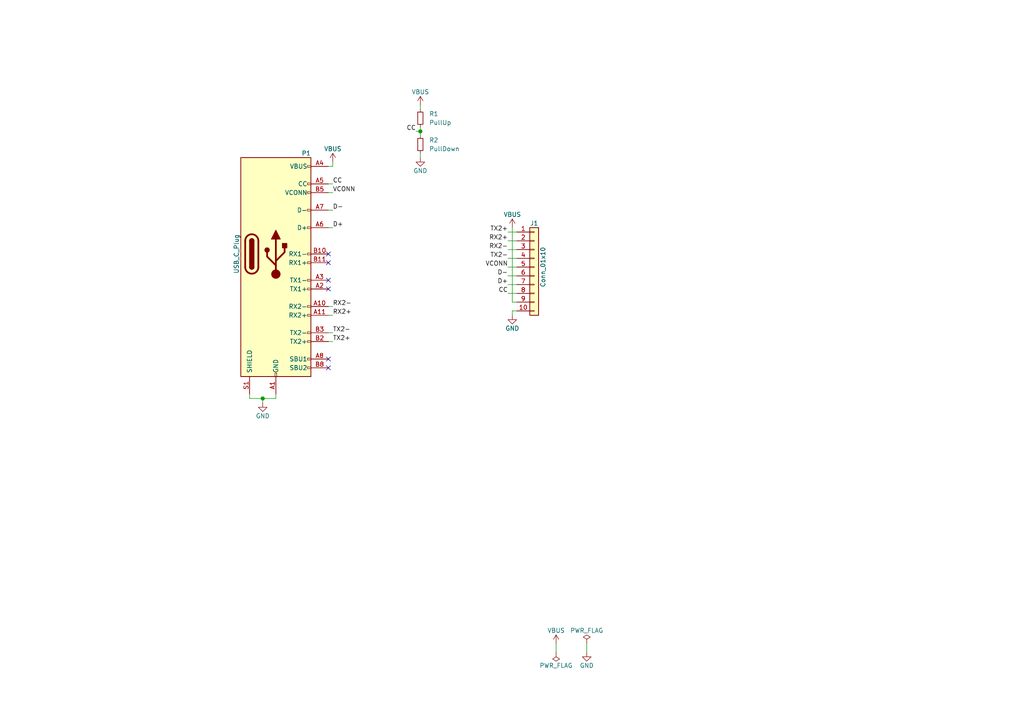
<source format=kicad_sch>
(kicad_sch (version 20230121) (generator eeschema)
  (paper "A4")
  (lib_symbols
    (symbol "Connector:USB_C_Plug" (pin_names (offset 1.016))
      (property "Reference" "P" (at -10.16 29.21 0))
      (property "Value" "USB_C_Plug" (at 10.16 29.21 0))
      (symbol "USB_C_Plug_0_0"
        (rectangle (start -0.254 -35.56) (end 0.254 -34.544))
        (rectangle (start 10.16 -32.766) (end 9.144 -33.274))
        (rectangle (start 10.16 -30.226) (end 9.144 -30.734))
        (rectangle (start 10.16 -25.146) (end 9.144 -25.654))
        (rectangle (start 10.16 -22.606) (end 9.144 -23.114))
        (rectangle (start 10.16 -17.526) (end 9.144 -18.034))
        (rectangle (start 10.16 -14.986) (end 9.144 -15.494))
        (rectangle (start 10.16 -9.906) (end 9.144 -10.414))
        (rectangle (start 10.16 -7.366) (end 9.144 -7.874))
        (rectangle (start 10.16 -2.286) (end 9.144 -2.794))
        (rectangle (start 10.16 0.254) (end 9.144 -0.254))
        (rectangle (start 10.16 7.874) (end 9.144 7.366))
        (rectangle (start 10.16 12.954) (end 9.144 12.446))
        (rectangle (start 10.16 18.034) (end 9.144 17.526))
        (rectangle (start 10.16 20.574) (end 9.144 20.066))
        (rectangle (start 10.16 25.654) (end 9.144 25.146))
      )
      (symbol "USB_C_Plug_0_1"
        (rectangle (start -10.16 27.94) (end 10.16 -35.56) (stroke (width 0.254)) (fill (type background)))
        (arc (start -8.89 -3.81) (mid -6.985 -5.7067) (end -5.08 -3.81) (stroke (width 0.508)))
        (arc (start -7.62 -3.81) (mid -6.985 -4.4423) (end -6.35 -3.81) (stroke (width 0.254)))
        (arc (start -7.62 -3.81) (mid -6.985 -4.4423) (end -6.35 -3.81) (stroke (width 0.254)) (fill (type outline)))
        (rectangle (start -7.62 -3.81) (end -6.35 3.81) (stroke (width 0.254)) (fill (type outline)))
        (arc (start -6.35 3.81) (mid -6.985 4.4423) (end -7.62 3.81) (stroke (width 0.254)))
        (arc (start -6.35 3.81) (mid -6.985 4.4423) (end -7.62 3.81) (stroke (width 0.254)) (fill (type outline)))
        (arc (start -5.08 3.81) (mid -6.985 5.7067) (end -8.89 3.81) (stroke (width 0.508)))
        (polyline (pts (xy -8.89 -3.81) (xy -8.89 3.81)) (stroke (width 0.508)))
        (polyline (pts (xy -5.08 3.81) (xy -5.08 -3.81)) (stroke (width 0.508)))
      )
      (symbol "USB_C_Plug_1_1"
        (circle (center -2.54 1.143) (radius 0.635) (stroke (width 0.254)) (fill (type outline)))
        (circle (center 0 -5.842) (radius 1.27) (fill (type outline)))
        (polyline (pts (xy 0 -5.842) (xy 0 4.318)) (stroke (width 0.508)))
        (polyline (pts (xy 0 -3.302) (xy -2.54 -0.762) (xy -2.54 0.508)) (stroke (width 0.508)))
        (polyline (pts (xy 0 -2.032) (xy 2.54 0.508) (xy 2.54 1.778)) (stroke (width 0.508)))
        (polyline (pts (xy -1.27 4.318) (xy 0 6.858) (xy 1.27 4.318) (xy -1.27 4.318)) (stroke (width 0.254)) (fill (type outline)))
        (rectangle (start 1.905 1.778) (end 3.175 3.048) (stroke (width 0.254)) (fill (type outline)))
        (pin power_in line (at 0 -40.64 90) (length 5.08) (name "GND") (number "A1"))
        (pin bidirectional line (at 15.24 -15.24 180) (length 5.08) (name "RX2-") (number "A10"))
        (pin bidirectional line (at 15.24 -17.78 180) (length 5.08) (name "RX2+") (number "A11"))
        (pin passive line (at 0 -40.64 90) (length 5.08) hide (name "GND") (number "A12"))
        (pin bidirectional line (at 15.24 -10.16 180) (length 5.08) (name "TX1+") (number "A2"))
        (pin bidirectional line (at 15.24 -7.62 180) (length 5.08) (name "TX1-") (number "A3"))
        (pin power_in line (at 15.24 25.4 180) (length 5.08) (name "VBUS") (number "A4"))
        (pin bidirectional line (at 15.24 20.32 180) (length 5.08) (name "CC") (number "A5"))
        (pin bidirectional line (at 15.24 7.62 180) (length 5.08) (name "D+") (number "A6"))
        (pin bidirectional line (at 15.24 12.7 180) (length 5.08) (name "D-") (number "A7"))
        (pin bidirectional line (at 15.24 -30.48 180) (length 5.08) (name "SBU1") (number "A8"))
        (pin passive line (at 15.24 25.4 180) (length 5.08) hide (name "VBUS") (number "A9"))
        (pin passive line (at 0 -40.64 90) (length 5.08) hide (name "GND") (number "B1"))
        (pin bidirectional line (at 15.24 0 180) (length 5.08) (name "RX1-") (number "B10"))
        (pin bidirectional line (at 15.24 -2.54 180) (length 5.08) (name "RX1+") (number "B11"))
        (pin passive line (at 0 -40.64 90) (length 5.08) hide (name "GND") (number "B12"))
        (pin bidirectional line (at 15.24 -25.4 180) (length 5.08) (name "TX2+") (number "B2"))
        (pin bidirectional line (at 15.24 -22.86 180) (length 5.08) (name "TX2-") (number "B3"))
        (pin passive line (at 15.24 25.4 180) (length 5.08) hide (name "VBUS") (number "B4"))
        (pin bidirectional line (at 15.24 17.78 180) (length 5.08) (name "VCONN") (number "B5"))
        (pin bidirectional line (at 15.24 -33.02 180) (length 5.08) (name "SBU2") (number "B8"))
        (pin passive line (at 15.24 25.4 180) (length 5.08) hide (name "VBUS") (number "B9"))
        (pin passive line (at -7.62 -40.64 90) (length 5.08) (name "SHIELD") (number "S1"))
      )
    )
    (symbol "Connector_Generic:Conn_01x10" (pin_names (offset 1.016) hide)
      (property "Reference" "J" (at 0 12.7 0))
      (property "Value" "Conn_01x10" (at 0 -15.24 0))
      (symbol "Conn_01x10_1_1"
        (rectangle (start -1.27 -12.573) (end 0 -12.827) (stroke (width 0.1524)))
        (rectangle (start -1.27 -10.033) (end 0 -10.287) (stroke (width 0.1524)))
        (rectangle (start -1.27 -7.493) (end 0 -7.747) (stroke (width 0.1524)))
        (rectangle (start -1.27 -4.953) (end 0 -5.207) (stroke (width 0.1524)))
        (rectangle (start -1.27 -2.413) (end 0 -2.667) (stroke (width 0.1524)))
        (rectangle (start -1.27 0.127) (end 0 -0.127) (stroke (width 0.1524)))
        (rectangle (start -1.27 2.667) (end 0 2.413) (stroke (width 0.1524)))
        (rectangle (start -1.27 5.207) (end 0 4.953) (stroke (width 0.1524)))
        (rectangle (start -1.27 7.747) (end 0 7.493) (stroke (width 0.1524)))
        (rectangle (start -1.27 10.287) (end 0 10.033) (stroke (width 0.1524)))
        (rectangle (start -1.27 11.43) (end 1.27 -13.97) (stroke (width 0.254)) (fill (type background)))
        (pin passive line (at -5.08 10.16 0) (length 3.81) (name "Pin_1") (number "1"))
        (pin passive line (at -5.08 -12.7 0) (length 3.81) (name "Pin_10") (number "10"))
        (pin passive line (at -5.08 7.62 0) (length 3.81) (name "Pin_2") (number "2"))
        (pin passive line (at -5.08 5.08 0) (length 3.81) (name "Pin_3") (number "3"))
        (pin passive line (at -5.08 2.54 0) (length 3.81) (name "Pin_4") (number "4"))
        (pin passive line (at -5.08 0 0) (length 3.81) (name "Pin_5") (number "5"))
        (pin passive line (at -5.08 -2.54 0) (length 3.81) (name "Pin_6") (number "6"))
        (pin passive line (at -5.08 -5.08 0) (length 3.81) (name "Pin_7") (number "7"))
        (pin passive line (at -5.08 -7.62 0) (length 3.81) (name "Pin_8") (number "8"))
        (pin passive line (at -5.08 -10.16 0) (length 3.81) (name "Pin_9") (number "9"))
      )
    )
    (symbol "Device:R_Small" (pin_numbers hide) (pin_names (offset 0.254) hide)
      (property "Reference" "R" (at 0.762 0.508 0))
      (property "Value" "R_Small" (at 0.762 -1.016 0))
      (symbol "R_Small_0_1"
        (rectangle (start -0.762 1.778) (end 0.762 -1.778) (stroke (width 0.2032)))
      )
      (symbol "R_Small_1_1"
        (pin passive line (at 0 2.54 270) (length 0.762) (name "~") (number "1"))
        (pin passive line (at 0 -2.54 90) (length 0.762) (name "~") (number "2"))
      )
    )
    (symbol "power:GND" (power) (pin_names (offset 0))
      (property "Value" "GND" (at 0 -3.81 0))
      (symbol "GND_0_1"
        (polyline (pts (xy 0 0) (xy 0 -1.27) (xy 1.27 -1.27) (xy 0 -2.54) (xy -1.27 -1.27) (xy 0 -1.27)))
      )
      (symbol "GND_1_1"
        (pin power_in line (at 0 0 270) (length 0) hide (name "GND") (number "1"))
      )
    )
    (symbol "power:PWR_FLAG" (power) (pin_numbers hide) (pin_names (offset 0) hide)
      (property "Value" "PWR_FLAG" (at 0 3.81 0))
      (symbol "PWR_FLAG_0_0"
        (pin power_out line (at 0 0 90) (length 0) (name "pwr") (number "1"))
      )
      (symbol "PWR_FLAG_0_1"
        (polyline (pts (xy 0 0) (xy 0 1.27) (xy -1.016 1.905) (xy 0 2.54) (xy 1.016 1.905) (xy 0 1.27)))
      )
    )
    (symbol "power:VBUS" (power) (pin_names (offset 0))
      (property "Value" "VBUS" (at 0 3.81 0))
      (symbol "VBUS_0_1"
        (polyline (pts (xy -0.762 1.27) (xy 0 2.54)))
        (polyline (pts (xy 0 0) (xy 0 2.54)))
        (polyline (pts (xy 0 2.54) (xy 0.762 1.27)))
      )
      (symbol "VBUS_1_1"
        (pin power_in line (at 0 0 90) (length 0) hide (name "VBUS") (number "1"))
      )
    )
  )
  (junction (at 76.2 115.57) (diameter 1.016))
  (junction (at 121.92 38.1) (diameter 1.016))
  (no_connect (at 95.25 104.14))
  (no_connect (at 95.25 106.68))
  (no_connect (at 95.25 73.66))
  (no_connect (at 95.25 81.28))
  (no_connect (at 95.25 76.2))
  (no_connect (at 95.25 83.82))
  (wire (pts (xy 72.39 115.57) (xy 76.2 115.57)))
  (wire (pts (xy 95.25 96.52) (xy 96.52 96.52)))
  (wire (pts (xy 95.25 99.06) (xy 96.52 99.06)))
  (wire (pts (xy 76.2 115.57) (xy 76.2 116.84)))
  (wire (pts (xy 80.01 114.3) (xy 80.01 115.57)))
  (wire (pts (xy 147.32 85.09) (xy 149.86 85.09)))
  (wire (pts (xy 148.59 87.63) (xy 149.86 87.63)))
  (wire (pts (xy 121.92 38.1) (xy 121.92 39.37)))
  (wire (pts (xy 121.92 36.83) (xy 121.92 38.1)))
  (wire (pts (xy 147.32 80.01) (xy 149.86 80.01)))
  (wire (pts (xy 95.25 91.44) (xy 96.52 91.44)))
  (wire (pts (xy 72.39 115.57) (xy 72.39 114.3)))
  (wire (pts (xy 147.32 69.85) (xy 149.86 69.85)))
  (wire (pts (xy 147.32 72.39) (xy 149.86 72.39)))
  (wire (pts (xy 120.65 38.1) (xy 121.92 38.1)))
  (wire (pts (xy 121.92 44.45) (xy 121.92 45.72)))
  (wire (pts (xy 148.59 87.63) (xy 148.59 66.04)))
  (wire (pts (xy 76.2 115.57) (xy 80.01 115.57)))
  (wire (pts (xy 121.92 30.48) (xy 121.92 31.75)))
  (wire (pts (xy 148.59 90.17) (xy 149.86 90.17)))
  (wire (pts (xy 147.32 67.31) (xy 149.86 67.31)))
  (wire (pts (xy 95.25 88.9) (xy 96.52 88.9)))
  (wire (pts (xy 148.59 90.17) (xy 148.59 91.44)))
  (wire (pts (xy 95.25 55.88) (xy 96.52 55.88)))
  (wire (pts (xy 95.25 60.96) (xy 96.52 60.96)))
  (wire (pts (xy 147.32 77.47) (xy 149.86 77.47)))
  (wire (pts (xy 95.25 48.26) (xy 96.52 48.26)))
  (wire (pts (xy 170.18 186.69) (xy 170.18 189.23)))
  (wire (pts (xy 161.29 186.69) (xy 161.29 189.23)))
  (wire (pts (xy 147.32 82.55) (xy 149.86 82.55)))
  (wire (pts (xy 147.32 74.93) (xy 149.86 74.93)))
  (wire (pts (xy 96.52 48.26) (xy 96.52 46.99)))
  (wire (pts (xy 95.25 66.04) (xy 96.52 66.04)))
  (wire (pts (xy 95.25 53.34) (xy 96.52 53.34)))
  (label "RX2+" (at 96.52 91.44 0))
  (label "D-" (at 96.52 60.96 0))
  (label "D+" (at 96.52 66.04 0))
  (label "RX2+" (at 147.32 69.85 180))
  (label "TX2+" (at 147.32 67.31 180))
  (label "RX2-" (at 96.52 88.9 0))
  (label "RX2-" (at 147.32 72.39 180))
  (label "TX2-" (at 147.32 74.93 180))
  (label "CC" (at 96.52 53.34 0))
  (label "VCONN" (at 147.32 77.47 180))
  (label "D+" (at 147.32 82.55 180))
  (label "TX2+" (at 96.52 99.06 0))
  (label "D-" (at 147.32 80.01 180))
  (label "CC" (at 120.65 38.1 180))
  (label "TX2-" (at 96.52 96.52 0))
  (label "VCONN" (at 96.52 55.88 0))
  (label "CC" (at 147.32 85.09 180))
  (symbol (lib_id "power:GND") (at 121.92 45.72 0) (unit 1)
    (property "Reference" "#PWR0106" (effects hide))
    (property "Value" "GND" (at 121.92 49.53 0))
  )
  (symbol (lib_id "Device:R_Small") (at 121.92 41.91 0) (unit 1)
    (property "Reference" "R2" (at 124.46 40.64 0) (effects (justify left)))
    (property "Value" "PullDown" (at 124.46 43.18 0) (effects (justify left)))
    (property "Footprint" "Resistor_SMD:R_0603_1608Metric" (effects hide))
  )
  (symbol (lib_id "Device:R_Small") (at 121.92 34.29 0) (unit 1)
    (property "Reference" "R1" (at 124.46 33.02 0) (effects (justify left)))
    (property "Value" "PullUp" (at 124.46 35.56 0) (effects (justify left)))
    (property "Footprint" "Resistor_SMD:R_0603_1608Metric" (effects hide))
  )
  (symbol (lib_id "power:PWR_FLAG") (at 161.29 189.23 180) (unit 1)
    (property "Reference" "#FLG0102" (effects hide))
    (property "Value" "PWR_FLAG" (at 161.29 193.04 0))
  )
  (symbol (lib_id "Connector_Generic:Conn_01x10") (at 154.94 77.47 0) (unit 1)
    (property "Reference" "J1" (at 154.94 64.77 0))
    (property "Value" "Conn_01x10" (at 157.48 77.47 90))
    (property "Footprint" "Connector_PinHeader_2.54mm:PinHeader_1x10_P2.54mm_Vertical" (effects hide))
  )
  (symbol (lib_id "power:PWR_FLAG") (at 170.18 186.69 0) (unit 1)
    (property "Reference" "#FLG0101" (effects hide))
    (property "Value" "PWR_FLAG" (at 170.18 182.88 0))
  )
  (symbol (lib_id "power:VBUS") (at 121.92 30.48 0) (unit 1)
    (property "Reference" "#PWR0104" (effects hide))
    (property "Value" "VBUS" (at 121.92 26.67 0))
  )
  (symbol (lib_id "power:VBUS") (at 96.52 46.99 0) (unit 1)
    (property "Reference" "#PWR0101" (effects hide))
    (property "Value" "VBUS" (at 96.52 43.18 0))
  )
  (symbol (lib_id "Connector:USB_C_Plug") (at 80.01 73.66 0) (unit 1)
    (property "Reference" "P1" (at 90.17 44.45 0) (effects (justify right)))
    (property "Value" "USB_C_Plug" (at 68.58 73.66 90))
    (property "Footprint" "Connector_USB_Extra:USB_C_Plug_UTC009-C12" (effects hide))
    (property "Datasheet" "https://www.usb.org/sites/default/files/documents/usb_type-c.zip" (effects hide))
  )
  (symbol (lib_id "power:GND") (at 170.18 189.23 0) (unit 1)
    (property "Reference" "#PWR0107" (effects hide))
    (property "Value" "GND" (at 170.18 193.04 0))
  )
  (symbol (lib_id "power:GND") (at 148.59 91.44 0) (unit 1)
    (property "Reference" "#PWR0103" (effects hide))
    (property "Value" "GND" (at 148.59 95.25 0))
  )
  (symbol (lib_id "power:VBUS") (at 161.29 186.69 0) (unit 1)
    (property "Reference" "#PWR0108" (effects hide))
    (property "Value" "VBUS" (at 161.29 182.88 0))
  )
  (symbol (lib_id "power:GND") (at 76.2 116.84 0) (unit 1)
    (property "Reference" "#PWR0102" (effects hide))
    (property "Value" "GND" (at 76.2 120.65 0))
  )
  (symbol (lib_id "power:VBUS") (at 148.59 66.04 0) (unit 1)
    (property "Reference" "#PWR0105" (effects hide))
    (property "Value" "VBUS" (at 148.59 62.23 0))
  )
)
</source>
